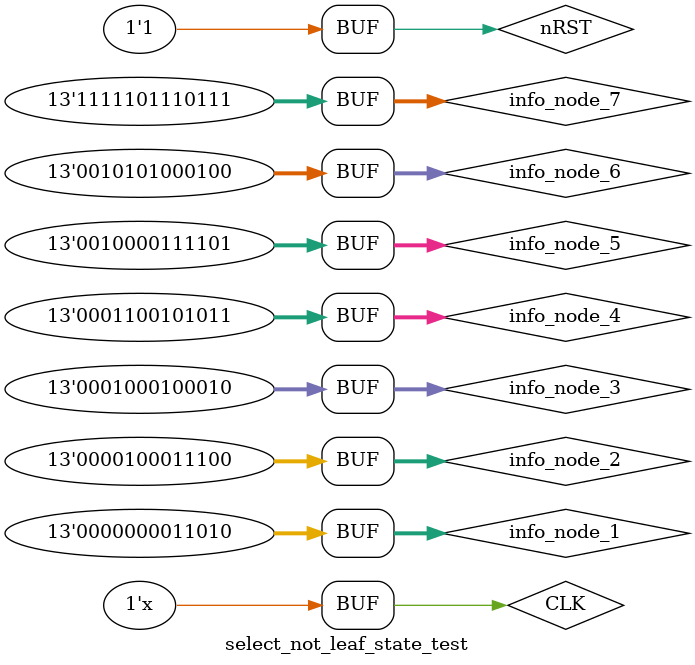
<source format=v>
`timescale 1ns / 1ps


module select_not_leaf_state_test;

	// Inputs
	reg CLK;
	reg nRST;
	reg [12:0] info_node_1;
	reg [12:0] info_node_2;
	reg [12:0] info_node_3;
	reg [12:0] info_node_4;
	reg [12:0] info_node_5;
	reg [12:0] info_node_6;
	reg [12:0] info_node_7;

	// Outputs
	wire [1:0] state;

	// Instantiate the Unit Under Test (UUT)
	select_not_leaf_state uut (
		.CLK(CLK), 
		.nRST(nRST), 
		.info_node_1(info_node_1), 
		.info_node_2(info_node_2), 
		.info_node_3(info_node_3), 
		.info_node_4(info_node_4), 
		.info_node_5(info_node_5), 
		.info_node_6(info_node_6), 
		.info_node_7(info_node_7), 
		.state(state)
	);

	initial begin
		// Initialize Inputs
		CLK = 0;
		nRST = 0;
		info_node_1 = 13'b0000_0_0001_1010;
		info_node_2 = 13'b0000_1_0001_1100;
		info_node_3 = 13'b0001_0_0010_0010;
		info_node_4 = 13'b0001_1_0010_1011;
		info_node_5 = 13'b0010_0_0011_1101;
		info_node_6 = 13'b0010_1_0100_0100;
		info_node_7 = 13'b1111_1_0111_0111;

		// Wait 100 ns for global reset to finish
		#100;
        nRST = 1;
		// Add stimulus here

	end
	parameter DELAY = 2;
	always
		#DELAY CLK = ~CLK; 
      
endmodule


</source>
